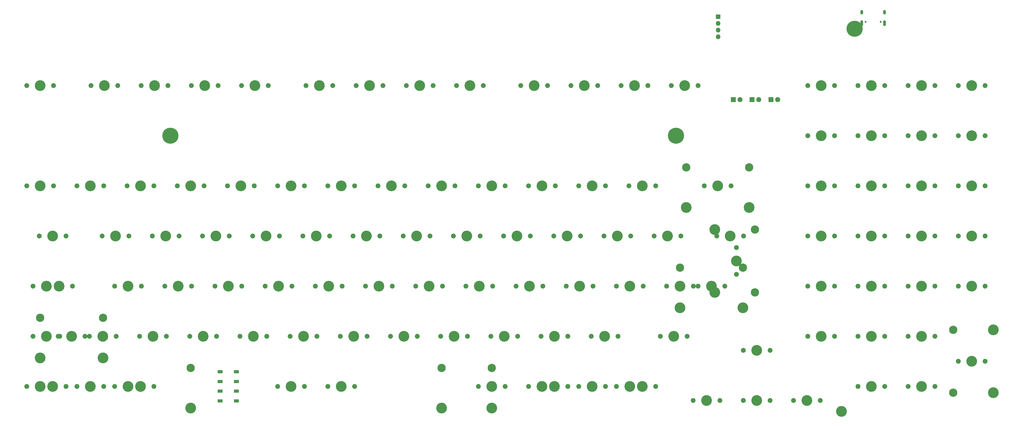
<source format=gbr>
G04 #@! TF.GenerationSoftware,KiCad,Pcbnew,(5.1.6)-1*
G04 #@! TF.CreationDate,2020-07-04T01:33:36+02:00*
G04 #@! TF.ProjectId,E80-1800-pcb-universal,4538302d-3138-4303-902d-7063622d756e,rev?*
G04 #@! TF.SameCoordinates,Original*
G04 #@! TF.FileFunction,Soldermask,Top*
G04 #@! TF.FilePolarity,Negative*
%FSLAX46Y46*%
G04 Gerber Fmt 4.6, Leading zero omitted, Abs format (unit mm)*
G04 Created by KiCad (PCBNEW (5.1.6)-1) date 2020-07-04 01:33:36*
%MOMM*%
%LPD*%
G01*
G04 APERTURE LIST*
%ADD10R,1.900000X1.200000*%
%ADD11C,4.100000*%
%ADD12C,1.900000*%
%ADD13R,1.900000X1.900000*%
%ADD14C,6.100000*%
%ADD15O,1.100000X2.200000*%
%ADD16C,0.750000*%
%ADD17O,1.100000X1.700000*%
%ADD18O,1.800000X1.800000*%
%ADD19R,1.800000X1.800000*%
%ADD20C,1.850000*%
%ADD21C,4.087800*%
%ADD22C,3.148000*%
G04 APERTURE END LIST*
D10*
X68330242Y-112459996D03*
X74530242Y-108759996D03*
X68330242Y-108759996D03*
X74530242Y-112459996D03*
D11*
X304204992Y-123824992D03*
D12*
X279955992Y-5357792D03*
D13*
X277415992Y-5357792D03*
D12*
X272811992Y-5357792D03*
D13*
X270271992Y-5357792D03*
D12*
X265667992Y-5357792D03*
D13*
X263127992Y-5357792D03*
D14*
X309194898Y21550008D03*
X241410992Y-19049992D03*
X49410992Y-19049992D03*
D15*
X320525890Y23646000D03*
X311885890Y23646000D03*
D16*
X313315890Y24176000D03*
D17*
X311885890Y27826000D03*
D16*
X319095890Y24176000D03*
D17*
X320525890Y27826000D03*
D18*
X257341390Y18478500D03*
X257341390Y21018500D03*
X257341390Y23558500D03*
D19*
X257341390Y26098500D03*
D20*
X7461250Y-76200000D03*
X-2698750Y-76200000D03*
D21*
X2381250Y-76200000D03*
X171450000Y-122555000D03*
D22*
X171450000Y-107315000D03*
D20*
X119380000Y-114300000D03*
X109220000Y-114300000D03*
D21*
X114300000Y-114300000D03*
D20*
X100330100Y-114300120D03*
X90170100Y-114300120D03*
D21*
X95250100Y-114300120D03*
D20*
X228917500Y-114300000D03*
X218757500Y-114300000D03*
D21*
X223837500Y-114300000D03*
D20*
X200342500Y-114300000D03*
X190182500Y-114300000D03*
D21*
X195262500Y-114300000D03*
D20*
X38417500Y-114300000D03*
X28257500Y-114300000D03*
D21*
X33337500Y-114300000D03*
D20*
X9842500Y-114300000D03*
X-317500Y-114300000D03*
D21*
X4762500Y-114300000D03*
X256063750Y-54737000D03*
X256063750Y-78613000D03*
D22*
X271303750Y-54737000D03*
X271303750Y-78613000D03*
D20*
X264318750Y-71755000D03*
X264318750Y-61595000D03*
D21*
X264318750Y-66675000D03*
X361870890Y-92837000D03*
X361870890Y-116713000D03*
D22*
X346630890Y-92837000D03*
X346630890Y-116713000D03*
D20*
X358695890Y-104775000D03*
X348535890Y-104775000D03*
D21*
X353615890Y-104775000D03*
D20*
X9842500Y-57150000D03*
X-317500Y-57150000D03*
D21*
X4762500Y-57150000D03*
D20*
X12223750Y-76200000D03*
X2063750Y-76200000D03*
D21*
X7143750Y-76200000D03*
D20*
X245586250Y-95250000D03*
X235426250Y-95250000D03*
D21*
X240506250Y-95250000D03*
D10*
X68330242Y-119842422D03*
X74530242Y-116142422D03*
X68330242Y-116142422D03*
X74530242Y-119842422D03*
D20*
X339645890Y-114300000D03*
X329485890Y-114300000D03*
D21*
X334565890Y-114300000D03*
D20*
X320595890Y-114300000D03*
X310435890Y-114300000D03*
D21*
X315515890Y-114300000D03*
D20*
X296188025Y-119657913D03*
X286028025Y-119657913D03*
D21*
X291108025Y-119657913D03*
D20*
X277138025Y-119657913D03*
X266978025Y-119657913D03*
D21*
X272058025Y-119657913D03*
D20*
X258088025Y-119657913D03*
X247928025Y-119657913D03*
D21*
X253008025Y-119657913D03*
D20*
X233680000Y-114300000D03*
X223520000Y-114300000D03*
D21*
X228600000Y-114300000D03*
D20*
X214630000Y-114300000D03*
X204470000Y-114300000D03*
D21*
X209550000Y-114300000D03*
D20*
X195580000Y-114300000D03*
X185420000Y-114300000D03*
D21*
X190500000Y-114300000D03*
D20*
X176530000Y-114300000D03*
X166370000Y-114300000D03*
D21*
X171450000Y-114300000D03*
X152400000Y-122555000D03*
X57150000Y-122555000D03*
D22*
X152400000Y-107315000D03*
X57150000Y-107315000D03*
D20*
X119380000Y-114300000D03*
X109220000Y-114300000D03*
D21*
X114300000Y-114300000D03*
D20*
X43180000Y-114300000D03*
X33020000Y-114300000D03*
D21*
X38100000Y-114300000D03*
D20*
X24130000Y-114300000D03*
X13970000Y-114300000D03*
D21*
X19050000Y-114300000D03*
D20*
X5080000Y-114300000D03*
X-5080000Y-114300000D03*
D21*
X0Y-114300000D03*
D20*
X339645890Y-95250000D03*
X329485890Y-95250000D03*
D21*
X334565890Y-95250000D03*
D20*
X320595890Y-95250000D03*
X310435890Y-95250000D03*
D21*
X315515890Y-95250000D03*
D20*
X301545890Y-95250000D03*
X291385890Y-95250000D03*
D21*
X296465890Y-95250000D03*
D20*
X277138025Y-100607913D03*
X266978025Y-100607913D03*
D21*
X272058025Y-100607913D03*
D20*
X219392500Y-95250000D03*
X209232500Y-95250000D03*
D21*
X214312500Y-95250000D03*
D20*
X200342500Y-95250000D03*
X190182500Y-95250000D03*
D21*
X195262500Y-95250000D03*
D20*
X181292500Y-95250000D03*
X171132500Y-95250000D03*
D21*
X176212500Y-95250000D03*
D20*
X162242500Y-95250000D03*
X152082500Y-95250000D03*
D21*
X157162500Y-95250000D03*
D20*
X143192500Y-95250000D03*
X133032500Y-95250000D03*
D21*
X138112500Y-95250000D03*
D20*
X124142500Y-95250000D03*
X113982500Y-95250000D03*
D21*
X119062500Y-95250000D03*
D20*
X105092500Y-95250000D03*
X94932500Y-95250000D03*
D21*
X100012500Y-95250000D03*
D20*
X86042500Y-95250000D03*
X75882500Y-95250000D03*
D21*
X80962500Y-95250000D03*
D20*
X66992500Y-95250000D03*
X56832500Y-95250000D03*
D21*
X61912500Y-95250000D03*
D20*
X47942500Y-95250000D03*
X37782500Y-95250000D03*
D21*
X42862500Y-95250000D03*
D20*
X28892500Y-95250000D03*
X18732500Y-95250000D03*
D21*
X23812500Y-95250000D03*
X23844250Y-103505000D03*
X-31750Y-103505000D03*
D22*
X23844250Y-88265000D03*
X-31750Y-88265000D03*
D20*
X16986250Y-95250000D03*
X6826250Y-95250000D03*
D21*
X11906250Y-95250000D03*
D20*
X7461250Y-95250000D03*
X-2698750Y-95250000D03*
D21*
X2381250Y-95250000D03*
D20*
X358695890Y-76200000D03*
X348535890Y-76200000D03*
D21*
X353615890Y-76200000D03*
D20*
X339645890Y-76200000D03*
X329485890Y-76200000D03*
D21*
X334565890Y-76200000D03*
D20*
X320595890Y-76200000D03*
X310435890Y-76200000D03*
D21*
X315515890Y-76200000D03*
D20*
X301545890Y-76200000D03*
X291385890Y-76200000D03*
D21*
X296465890Y-76200000D03*
X266731750Y-84455000D03*
X242855750Y-84455000D03*
D22*
X266731750Y-69215000D03*
X242855750Y-69215000D03*
D20*
X259873750Y-76200000D03*
X249713750Y-76200000D03*
D21*
X254793750Y-76200000D03*
D20*
X247967500Y-76200000D03*
X237807500Y-76200000D03*
D21*
X242887500Y-76200000D03*
D20*
X228917500Y-76200000D03*
X218757500Y-76200000D03*
D21*
X223837500Y-76200000D03*
D20*
X209867500Y-76200000D03*
X199707500Y-76200000D03*
D21*
X204787500Y-76200000D03*
D20*
X190817500Y-76200000D03*
X180657500Y-76200000D03*
D21*
X185737500Y-76200000D03*
D20*
X171767500Y-76200000D03*
X161607500Y-76200000D03*
D21*
X166687500Y-76200000D03*
D20*
X152717500Y-76200000D03*
X142557500Y-76200000D03*
D21*
X147637500Y-76200000D03*
D20*
X133667500Y-76200000D03*
X123507500Y-76200000D03*
D21*
X128587500Y-76200000D03*
D20*
X114617500Y-76200000D03*
X104457500Y-76200000D03*
D21*
X109537500Y-76200000D03*
D20*
X95567500Y-76200000D03*
X85407500Y-76200000D03*
D21*
X90487500Y-76200000D03*
D20*
X76517500Y-76200000D03*
X66357500Y-76200000D03*
D21*
X71437500Y-76200000D03*
D20*
X57467500Y-76200000D03*
X47307500Y-76200000D03*
D21*
X52387500Y-76200000D03*
D20*
X38417500Y-76200000D03*
X28257500Y-76200000D03*
D21*
X33337500Y-76200000D03*
D20*
X358695890Y-57150000D03*
X348535890Y-57150000D03*
D21*
X353615890Y-57150000D03*
D20*
X339645890Y-57150000D03*
X329485890Y-57150000D03*
D21*
X334565890Y-57150000D03*
D20*
X320595890Y-57150000D03*
X310435890Y-57150000D03*
D21*
X315515890Y-57150000D03*
D20*
X301545890Y-57150000D03*
X291385890Y-57150000D03*
D21*
X296465890Y-57150000D03*
D20*
X267017500Y-57150000D03*
X256857500Y-57150000D03*
D21*
X261937500Y-57150000D03*
D20*
X243205000Y-57150000D03*
X233045000Y-57150000D03*
D21*
X238125000Y-57150000D03*
D20*
X224155000Y-57150000D03*
X213995000Y-57150000D03*
D21*
X219075000Y-57150000D03*
D20*
X205105000Y-57150000D03*
X194945000Y-57150000D03*
D21*
X200025000Y-57150000D03*
D20*
X186055000Y-57150000D03*
X175895000Y-57150000D03*
D21*
X180975000Y-57150000D03*
D20*
X167005000Y-57150000D03*
X156845000Y-57150000D03*
D21*
X161925000Y-57150000D03*
D20*
X147955000Y-57150000D03*
X137795000Y-57150000D03*
D21*
X142875000Y-57150000D03*
D20*
X128905000Y-57150000D03*
X118745000Y-57150000D03*
D21*
X123825000Y-57150000D03*
D20*
X109855000Y-57150000D03*
X99695000Y-57150000D03*
D21*
X104775000Y-57150000D03*
D20*
X90805000Y-57150000D03*
X80645000Y-57150000D03*
D21*
X85725000Y-57150000D03*
D20*
X71755000Y-57150000D03*
X61595000Y-57150000D03*
D21*
X66675000Y-57150000D03*
D20*
X52705000Y-57150000D03*
X42545000Y-57150000D03*
D21*
X47625000Y-57150000D03*
D20*
X33655000Y-57150000D03*
X23495000Y-57150000D03*
D21*
X28575000Y-57150000D03*
D20*
X358695890Y-38100000D03*
X348535890Y-38100000D03*
D21*
X353615890Y-38100000D03*
D20*
X339645890Y-38100000D03*
X329485890Y-38100000D03*
D21*
X334565890Y-38100000D03*
D20*
X320595890Y-38100000D03*
X310435890Y-38100000D03*
D21*
X315515890Y-38100000D03*
D20*
X301545890Y-38100000D03*
X291385890Y-38100000D03*
D21*
X296465890Y-38100000D03*
X269113000Y-46355000D03*
X245237000Y-46355000D03*
D22*
X269113000Y-31115000D03*
X245237000Y-31115000D03*
D20*
X262255000Y-38100000D03*
X252095000Y-38100000D03*
D21*
X257175000Y-38100000D03*
D20*
X233680000Y-38100000D03*
X223520000Y-38100000D03*
D21*
X228600000Y-38100000D03*
D20*
X214630000Y-38100000D03*
X204470000Y-38100000D03*
D21*
X209550000Y-38100000D03*
D20*
X195580000Y-38100000D03*
X185420000Y-38100000D03*
D21*
X190500000Y-38100000D03*
D20*
X176530000Y-38100000D03*
X166370000Y-38100000D03*
D21*
X171450000Y-38100000D03*
D20*
X157480000Y-38100000D03*
X147320000Y-38100000D03*
D21*
X152400000Y-38100000D03*
D20*
X138430000Y-38100000D03*
X128270000Y-38100000D03*
D21*
X133350000Y-38100000D03*
D20*
X119380000Y-38100000D03*
X109220000Y-38100000D03*
D21*
X114300000Y-38100000D03*
D20*
X100330000Y-38100000D03*
X90170000Y-38100000D03*
D21*
X95250000Y-38100000D03*
D20*
X81280000Y-38100000D03*
X71120000Y-38100000D03*
D21*
X76200000Y-38100000D03*
D20*
X62230000Y-38100000D03*
X52070000Y-38100000D03*
D21*
X57150000Y-38100000D03*
D20*
X43180000Y-38100000D03*
X33020000Y-38100000D03*
D21*
X38100000Y-38100000D03*
D20*
X24130000Y-38100000D03*
X13970000Y-38100000D03*
D21*
X19050000Y-38100000D03*
D20*
X5080000Y-38100000D03*
X-5080000Y-38100000D03*
D21*
X0Y-38100000D03*
D20*
X358695890Y-19050000D03*
X348535890Y-19050000D03*
D21*
X353615890Y-19050000D03*
D20*
X339645890Y-19050000D03*
X329485890Y-19050000D03*
D21*
X334565890Y-19050000D03*
D20*
X320595890Y-19050000D03*
X310435890Y-19050000D03*
D21*
X315515890Y-19050000D03*
D20*
X301545890Y-19050000D03*
X291385890Y-19050000D03*
D21*
X296465890Y-19050000D03*
D20*
X358695890Y0D03*
X348535890Y0D03*
D21*
X353615890Y0D03*
D20*
X339645890Y0D03*
X329485890Y0D03*
D21*
X334565890Y0D03*
D20*
X320595890Y0D03*
X310435890Y0D03*
D21*
X315515890Y0D03*
D20*
X301545890Y0D03*
X291385890Y0D03*
D21*
X296465890Y0D03*
D20*
X249753595Y0D03*
X239593595Y0D03*
D21*
X244673595Y0D03*
D20*
X230703595Y0D03*
X220543595Y0D03*
D21*
X225623595Y0D03*
D20*
X211653595Y0D03*
X201493595Y0D03*
D21*
X206573595Y0D03*
D20*
X192603595Y0D03*
X182443595Y0D03*
D21*
X187523595Y0D03*
D20*
X168195714Y0D03*
X158035714Y0D03*
D21*
X163115714Y0D03*
D20*
X149145714Y0D03*
X138985714Y0D03*
D21*
X144065714Y0D03*
D20*
X130095714Y0D03*
X119935714Y0D03*
D21*
X125015714Y0D03*
D20*
X111045714Y0D03*
X100885714Y0D03*
D21*
X105965714Y0D03*
D20*
X86637833Y0D03*
X76477833Y0D03*
D21*
X81557833Y0D03*
D20*
X67587833Y0D03*
X57427833Y0D03*
D21*
X62507833Y0D03*
D20*
X48537833Y0D03*
X38377833Y0D03*
D21*
X43457833Y0D03*
D20*
X29487833Y0D03*
X19327833Y0D03*
D21*
X24407833Y0D03*
D20*
X5080000Y0D03*
X-5080000Y0D03*
D21*
X0Y0D03*
M02*

</source>
